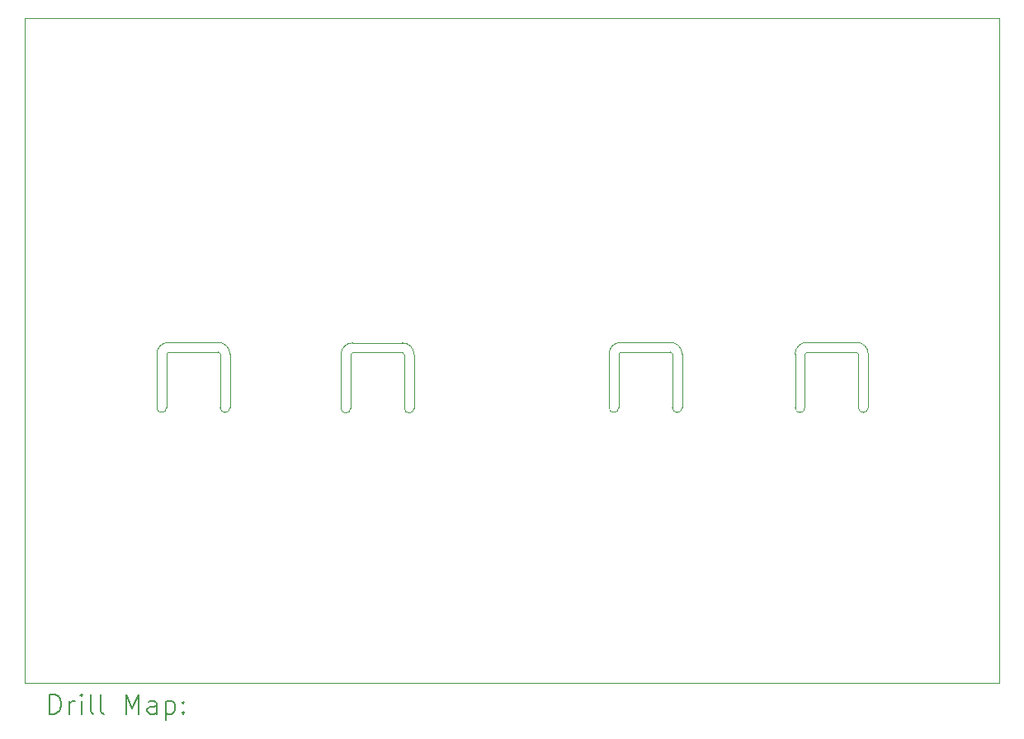
<source format=gbr>
%TF.GenerationSoftware,KiCad,Pcbnew,8.0.5*%
%TF.CreationDate,2025-03-13T20:37:12+01:00*%
%TF.ProjectId,esp32_blinds_controller,65737033-325f-4626-9c69-6e64735f636f,V0.2*%
%TF.SameCoordinates,Original*%
%TF.FileFunction,Drillmap*%
%TF.FilePolarity,Positive*%
%FSLAX45Y45*%
G04 Gerber Fmt 4.5, Leading zero omitted, Abs format (unit mm)*
G04 Created by KiCad (PCBNEW 8.0.5) date 2025-03-13 20:37:12*
%MOMM*%
%LPD*%
G01*
G04 APERTURE LIST*
%ADD10C,0.050000*%
%ADD11C,0.120000*%
%ADD12C,0.200000*%
G04 APERTURE END LIST*
D10*
X13990000Y-9644853D02*
G75*
G02*
X14109997Y-9764853I0J-119997D01*
G01*
X16740000Y-9640000D02*
G75*
G02*
X16860000Y-9760000I0J-120000D01*
G01*
X16860000Y-10310000D02*
G75*
G02*
X16760000Y-10310000I-50000J0D01*
G01*
X18770000Y-10310000D02*
X18770000Y-9760000D01*
X16110000Y-10310000D02*
X16110000Y-9760000D01*
X13460000Y-10314853D02*
X13460000Y-9764853D01*
X12220000Y-10310000D02*
G75*
G02*
X12120000Y-10310000I-50000J0D01*
G01*
X12220000Y-10310000D02*
X12220000Y-9760000D01*
X13480000Y-9644853D02*
X13990000Y-9644853D01*
X16230000Y-9740000D02*
X16740000Y-9740000D01*
X14110000Y-10314853D02*
X14110000Y-9764853D01*
X18120000Y-10310000D02*
G75*
G02*
X18020000Y-10310000I-50000J0D01*
G01*
X12100000Y-9640000D02*
G75*
G02*
X12220000Y-9760000I0J-120000D01*
G01*
X18140000Y-9740000D02*
X18650000Y-9740000D01*
X16210000Y-9760000D02*
G75*
G02*
X16230000Y-9740000I20000J0D01*
G01*
X13360000Y-9764853D02*
G75*
G02*
X13480000Y-9644850I120000J3D01*
G01*
X12120000Y-10310000D02*
X12120000Y-9760000D01*
X18770000Y-10310000D02*
G75*
G02*
X18670000Y-10310000I-50000J0D01*
G01*
X11590000Y-9740000D02*
X12100000Y-9740000D01*
X11570000Y-10310000D02*
X11570000Y-9760000D01*
X16740000Y-9740000D02*
G75*
G02*
X16760000Y-9760000I0J-20000D01*
G01*
X14110000Y-10314853D02*
G75*
G02*
X14010000Y-10314853I-50000J0D01*
G01*
X18670000Y-10310000D02*
X18670000Y-9760000D01*
X18020000Y-9760000D02*
G75*
G02*
X18140000Y-9640000I120000J0D01*
G01*
X13480000Y-9744853D02*
X13990000Y-9744853D01*
X18120000Y-9760000D02*
G75*
G02*
X18140000Y-9740000I20000J0D01*
G01*
X18650000Y-9740000D02*
G75*
G02*
X18670000Y-9760000I0J-20000D01*
G01*
X16210000Y-10310000D02*
G75*
G02*
X16110000Y-10310000I-50000J0D01*
G01*
X13990000Y-9744853D02*
G75*
G02*
X14009997Y-9764853I0J-19997D01*
G01*
X11570000Y-10310000D02*
G75*
G02*
X11470000Y-10310000I-50000J0D01*
G01*
X18650000Y-9640000D02*
G75*
G02*
X18770000Y-9760000I0J-120000D01*
G01*
X18020000Y-10310000D02*
X18020000Y-9760000D01*
X16210000Y-10310000D02*
X16210000Y-9760000D01*
X13460000Y-9764853D02*
G75*
G02*
X13480000Y-9744850I20000J3D01*
G01*
X11590000Y-9640000D02*
X12100000Y-9640000D01*
X12100000Y-9740000D02*
G75*
G02*
X12120000Y-9760000I0J-20000D01*
G01*
X14010000Y-10314853D02*
X14010000Y-9764853D01*
X18120000Y-10310000D02*
X18120000Y-9760000D01*
X11470000Y-10310000D02*
X11470000Y-9760000D01*
X16860000Y-10310000D02*
X16860000Y-9760000D01*
X16230000Y-9640000D02*
X16740000Y-9640000D01*
X16760000Y-10310000D02*
X16760000Y-9760000D01*
X16110000Y-9760000D02*
G75*
G02*
X16230000Y-9640000I120000J0D01*
G01*
X13460000Y-10314853D02*
G75*
G02*
X13360000Y-10314853I-50000J0D01*
G01*
X18140000Y-9640000D02*
X18650000Y-9640000D01*
X11570000Y-9760000D02*
G75*
G02*
X11590000Y-9740000I20000J0D01*
G01*
X11470000Y-9760000D02*
G75*
G02*
X11590000Y-9640000I120000J0D01*
G01*
X13360000Y-10314853D02*
X13360000Y-9764853D01*
D11*
X10117500Y-6312000D02*
X10117500Y-13137000D01*
X10117500Y-13137000D02*
X20117500Y-13137000D01*
X20117500Y-6312000D02*
X10117500Y-6312000D01*
X20117500Y-13137000D02*
X20117500Y-6312000D01*
D12*
X10372277Y-13454484D02*
X10372277Y-13254484D01*
X10372277Y-13254484D02*
X10419896Y-13254484D01*
X10419896Y-13254484D02*
X10448467Y-13264008D01*
X10448467Y-13264008D02*
X10467515Y-13283055D01*
X10467515Y-13283055D02*
X10477039Y-13302103D01*
X10477039Y-13302103D02*
X10486563Y-13340198D01*
X10486563Y-13340198D02*
X10486563Y-13368769D01*
X10486563Y-13368769D02*
X10477039Y-13406865D01*
X10477039Y-13406865D02*
X10467515Y-13425912D01*
X10467515Y-13425912D02*
X10448467Y-13444960D01*
X10448467Y-13444960D02*
X10419896Y-13454484D01*
X10419896Y-13454484D02*
X10372277Y-13454484D01*
X10572277Y-13454484D02*
X10572277Y-13321150D01*
X10572277Y-13359246D02*
X10581801Y-13340198D01*
X10581801Y-13340198D02*
X10591324Y-13330674D01*
X10591324Y-13330674D02*
X10610372Y-13321150D01*
X10610372Y-13321150D02*
X10629420Y-13321150D01*
X10696086Y-13454484D02*
X10696086Y-13321150D01*
X10696086Y-13254484D02*
X10686563Y-13264008D01*
X10686563Y-13264008D02*
X10696086Y-13273531D01*
X10696086Y-13273531D02*
X10705610Y-13264008D01*
X10705610Y-13264008D02*
X10696086Y-13254484D01*
X10696086Y-13254484D02*
X10696086Y-13273531D01*
X10819896Y-13454484D02*
X10800848Y-13444960D01*
X10800848Y-13444960D02*
X10791324Y-13425912D01*
X10791324Y-13425912D02*
X10791324Y-13254484D01*
X10924658Y-13454484D02*
X10905610Y-13444960D01*
X10905610Y-13444960D02*
X10896086Y-13425912D01*
X10896086Y-13425912D02*
X10896086Y-13254484D01*
X11153229Y-13454484D02*
X11153229Y-13254484D01*
X11153229Y-13254484D02*
X11219896Y-13397341D01*
X11219896Y-13397341D02*
X11286562Y-13254484D01*
X11286562Y-13254484D02*
X11286562Y-13454484D01*
X11467515Y-13454484D02*
X11467515Y-13349722D01*
X11467515Y-13349722D02*
X11457991Y-13330674D01*
X11457991Y-13330674D02*
X11438943Y-13321150D01*
X11438943Y-13321150D02*
X11400848Y-13321150D01*
X11400848Y-13321150D02*
X11381801Y-13330674D01*
X11467515Y-13444960D02*
X11448467Y-13454484D01*
X11448467Y-13454484D02*
X11400848Y-13454484D01*
X11400848Y-13454484D02*
X11381801Y-13444960D01*
X11381801Y-13444960D02*
X11372277Y-13425912D01*
X11372277Y-13425912D02*
X11372277Y-13406865D01*
X11372277Y-13406865D02*
X11381801Y-13387817D01*
X11381801Y-13387817D02*
X11400848Y-13378293D01*
X11400848Y-13378293D02*
X11448467Y-13378293D01*
X11448467Y-13378293D02*
X11467515Y-13368769D01*
X11562753Y-13321150D02*
X11562753Y-13521150D01*
X11562753Y-13330674D02*
X11581801Y-13321150D01*
X11581801Y-13321150D02*
X11619896Y-13321150D01*
X11619896Y-13321150D02*
X11638943Y-13330674D01*
X11638943Y-13330674D02*
X11648467Y-13340198D01*
X11648467Y-13340198D02*
X11657991Y-13359246D01*
X11657991Y-13359246D02*
X11657991Y-13416388D01*
X11657991Y-13416388D02*
X11648467Y-13435436D01*
X11648467Y-13435436D02*
X11638943Y-13444960D01*
X11638943Y-13444960D02*
X11619896Y-13454484D01*
X11619896Y-13454484D02*
X11581801Y-13454484D01*
X11581801Y-13454484D02*
X11562753Y-13444960D01*
X11743705Y-13435436D02*
X11753229Y-13444960D01*
X11753229Y-13444960D02*
X11743705Y-13454484D01*
X11743705Y-13454484D02*
X11734182Y-13444960D01*
X11734182Y-13444960D02*
X11743705Y-13435436D01*
X11743705Y-13435436D02*
X11743705Y-13454484D01*
X11743705Y-13330674D02*
X11753229Y-13340198D01*
X11753229Y-13340198D02*
X11743705Y-13349722D01*
X11743705Y-13349722D02*
X11734182Y-13340198D01*
X11734182Y-13340198D02*
X11743705Y-13330674D01*
X11743705Y-13330674D02*
X11743705Y-13349722D01*
M02*

</source>
